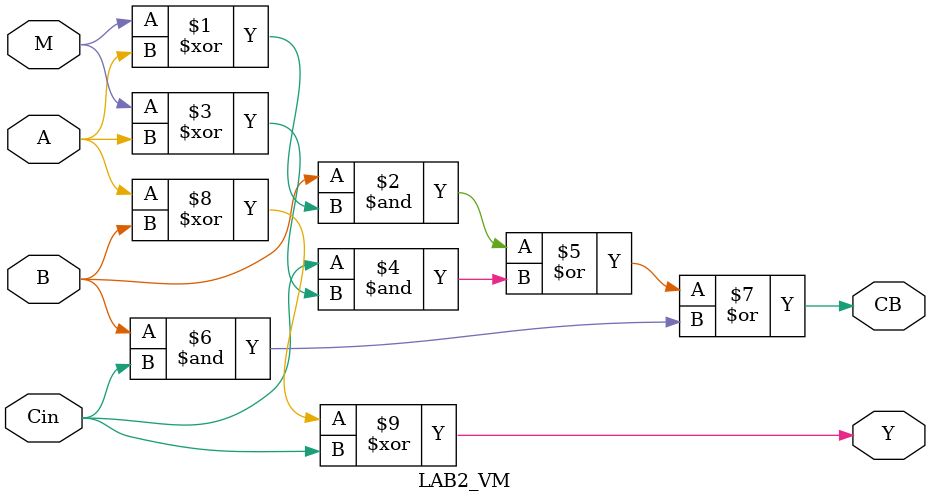
<source format=v>
`timescale 1ns / 1ps
module LAB2_VM(
    input M,
    input A,
    input B,
    input Cin,
    output CB,
    output Y
    );

assign CB = {B   & {M ^ A}}|
				{Cin & {M ^ A}}|
				{B & Cin};
assign Y = A ^ B ^ Cin;

endmodule

</source>
